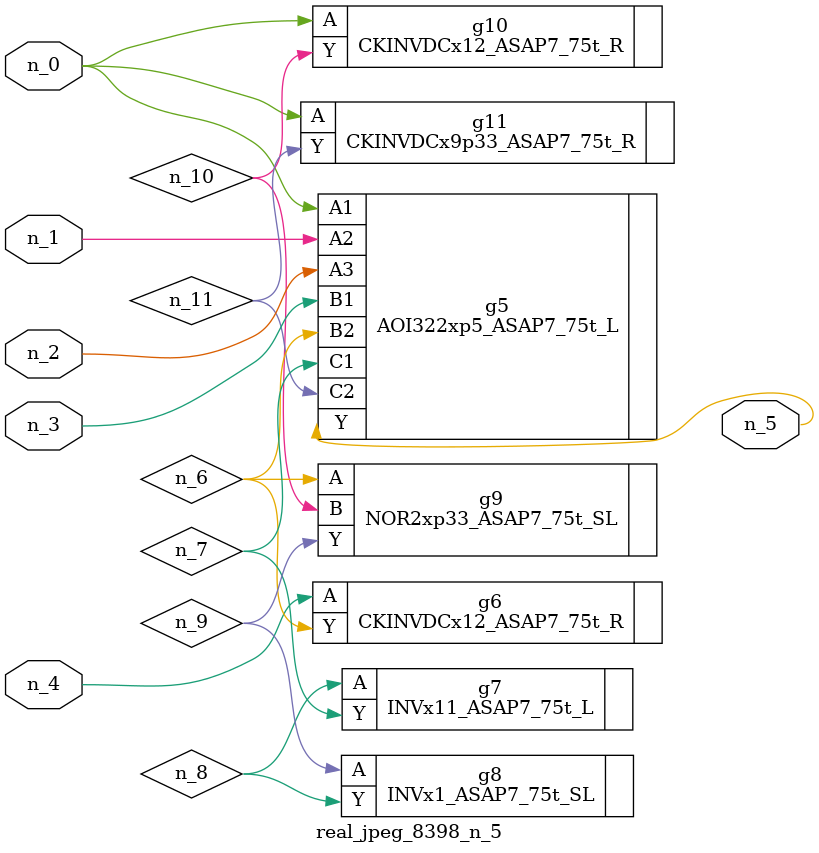
<source format=v>
module real_jpeg_8398_n_5 (n_4, n_0, n_1, n_2, n_3, n_5);

input n_4;
input n_0;
input n_1;
input n_2;
input n_3;

output n_5;

wire n_8;
wire n_11;
wire n_6;
wire n_7;
wire n_10;
wire n_9;

AOI322xp5_ASAP7_75t_L g5 ( 
.A1(n_0),
.A2(n_1),
.A3(n_2),
.B1(n_3),
.B2(n_6),
.C1(n_7),
.C2(n_11),
.Y(n_5)
);

CKINVDCx12_ASAP7_75t_R g10 ( 
.A(n_0),
.Y(n_10)
);

CKINVDCx9p33_ASAP7_75t_R g11 ( 
.A(n_0),
.Y(n_11)
);

CKINVDCx12_ASAP7_75t_R g6 ( 
.A(n_4),
.Y(n_6)
);

NOR2xp33_ASAP7_75t_SL g9 ( 
.A(n_6),
.B(n_10),
.Y(n_9)
);

INVx11_ASAP7_75t_L g7 ( 
.A(n_8),
.Y(n_7)
);

INVx1_ASAP7_75t_SL g8 ( 
.A(n_9),
.Y(n_8)
);


endmodule
</source>
